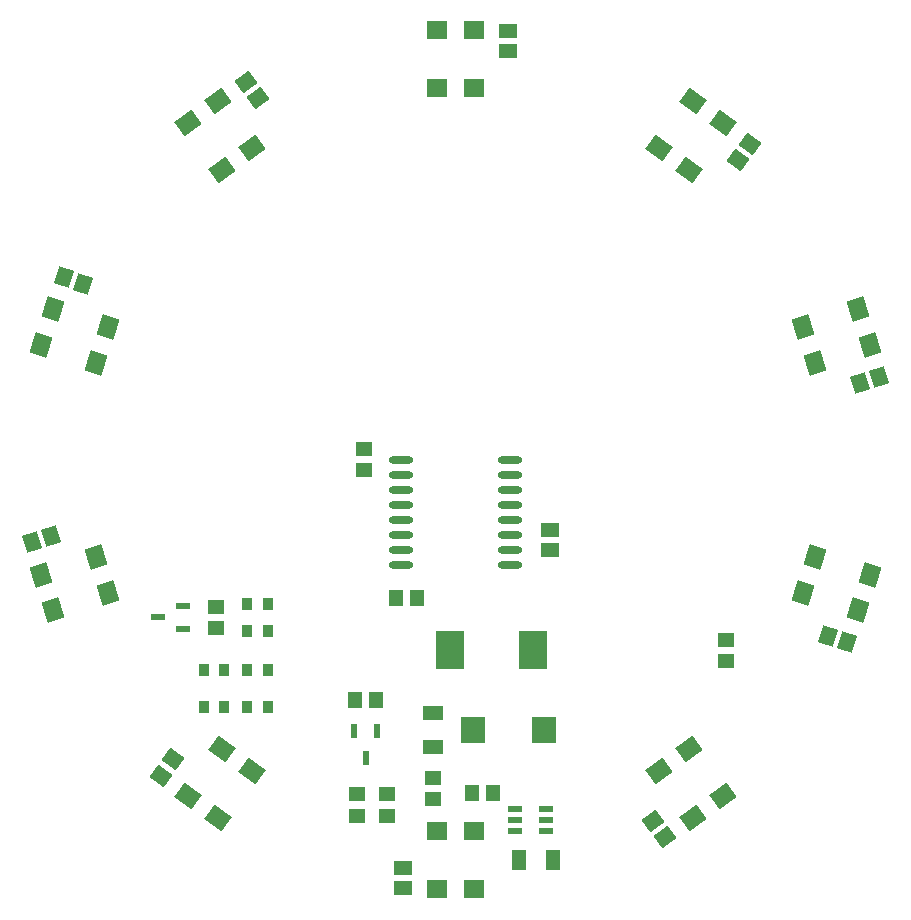
<source format=gtp>
G04 Layer_Color=8421504*
%FSLAX25Y25*%
%MOIN*%
G70*
G01*
G75*
%ADD10R,0.03543X0.03937*%
%ADD11O,0.08071X0.02362*%
%ADD12R,0.04724X0.05512*%
%ADD13R,0.05512X0.04724*%
%ADD14R,0.07087X0.05118*%
%ADD15R,0.05906X0.05118*%
%ADD16R,0.02362X0.04528*%
%ADD17R,0.05118X0.02362*%
%ADD18R,0.07087X0.05906*%
G04:AMPARAMS|DCode=19|XSize=59.06mil|YSize=70.87mil|CornerRadius=0mil|HoleSize=0mil|Usage=FLASHONLY|Rotation=126.000|XOffset=0mil|YOffset=0mil|HoleType=Round|Shape=Rectangle|*
%AMROTATEDRECTD19*
4,1,4,0.04602,-0.00306,-0.01131,-0.04472,-0.04602,0.00306,0.01131,0.04472,0.04602,-0.00306,0.0*
%
%ADD19ROTATEDRECTD19*%

G04:AMPARAMS|DCode=20|XSize=59.06mil|YSize=70.87mil|CornerRadius=0mil|HoleSize=0mil|Usage=FLASHONLY|Rotation=162.000|XOffset=0mil|YOffset=0mil|HoleType=Round|Shape=Rectangle|*
%AMROTATEDRECTD20*
4,1,4,0.03903,0.02457,0.01713,-0.04282,-0.03903,-0.02457,-0.01713,0.04282,0.03903,0.02457,0.0*
%
%ADD20ROTATEDRECTD20*%

G04:AMPARAMS|DCode=21|XSize=59.06mil|YSize=70.87mil|CornerRadius=0mil|HoleSize=0mil|Usage=FLASHONLY|Rotation=198.000|XOffset=0mil|YOffset=0mil|HoleType=Round|Shape=Rectangle|*
%AMROTATEDRECTD21*
4,1,4,0.01713,0.04282,0.03903,-0.02457,-0.01713,-0.04282,-0.03903,0.02457,0.01713,0.04282,0.0*
%
%ADD21ROTATEDRECTD21*%

G04:AMPARAMS|DCode=22|XSize=59.06mil|YSize=70.87mil|CornerRadius=0mil|HoleSize=0mil|Usage=FLASHONLY|Rotation=234.000|XOffset=0mil|YOffset=0mil|HoleType=Round|Shape=Rectangle|*
%AMROTATEDRECTD22*
4,1,4,-0.01131,0.04472,0.04602,0.00306,0.01131,-0.04472,-0.04602,-0.00306,-0.01131,0.04472,0.0*
%
%ADD22ROTATEDRECTD22*%

G04:AMPARAMS|DCode=23|XSize=59.06mil|YSize=51.18mil|CornerRadius=0mil|HoleSize=0mil|Usage=FLASHONLY|Rotation=216.000|XOffset=0mil|YOffset=0mil|HoleType=Round|Shape=Rectangle|*
%AMROTATEDRECTD23*
4,1,4,0.00885,0.03806,0.03893,-0.00335,-0.00885,-0.03806,-0.03893,0.00335,0.00885,0.03806,0.0*
%
%ADD23ROTATEDRECTD23*%

G04:AMPARAMS|DCode=24|XSize=59.06mil|YSize=51.18mil|CornerRadius=0mil|HoleSize=0mil|Usage=FLASHONLY|Rotation=252.000|XOffset=0mil|YOffset=0mil|HoleType=Round|Shape=Rectangle|*
%AMROTATEDRECTD24*
4,1,4,-0.01521,0.03599,0.03346,0.02017,0.01521,-0.03599,-0.03346,-0.02017,-0.01521,0.03599,0.0*
%
%ADD24ROTATEDRECTD24*%

G04:AMPARAMS|DCode=25|XSize=59.06mil|YSize=51.18mil|CornerRadius=0mil|HoleSize=0mil|Usage=FLASHONLY|Rotation=288.000|XOffset=0mil|YOffset=0mil|HoleType=Round|Shape=Rectangle|*
%AMROTATEDRECTD25*
4,1,4,-0.03346,0.02017,0.01521,0.03599,0.03346,-0.02017,-0.01521,-0.03599,-0.03346,0.02017,0.0*
%
%ADD25ROTATEDRECTD25*%

G04:AMPARAMS|DCode=26|XSize=59.06mil|YSize=51.18mil|CornerRadius=0mil|HoleSize=0mil|Usage=FLASHONLY|Rotation=324.000|XOffset=0mil|YOffset=0mil|HoleType=Round|Shape=Rectangle|*
%AMROTATEDRECTD26*
4,1,4,-0.03893,-0.00335,-0.00885,0.03806,0.03893,0.00335,0.00885,-0.03806,-0.03893,-0.00335,0.0*
%
%ADD26ROTATEDRECTD26*%

%ADD27R,0.05118X0.07087*%
%ADD28R,0.04724X0.02362*%
%ADD29R,0.09449X0.12992*%
%ADD30R,0.07900X0.08661*%
G54D10*
X-83846Y-82500D02*
D03*
X-77153D02*
D03*
X-62653D02*
D03*
X-69346D02*
D03*
X-62653Y-70000D02*
D03*
X-69346D02*
D03*
X-83846D02*
D03*
X-77153D02*
D03*
X-69346Y-48000D02*
D03*
X-62653D02*
D03*
X-69346Y-57000D02*
D03*
X-62653D02*
D03*
G54D11*
X18307Y-35000D02*
D03*
Y-30000D02*
D03*
Y-25000D02*
D03*
Y-20000D02*
D03*
Y-15000D02*
D03*
Y-10000D02*
D03*
Y-5000D02*
D03*
Y0D02*
D03*
X-18307Y-35000D02*
D03*
Y-30000D02*
D03*
Y-25000D02*
D03*
Y-20000D02*
D03*
Y-15000D02*
D03*
Y-10000D02*
D03*
Y-5000D02*
D03*
Y0D02*
D03*
G54D12*
X-12913Y-46000D02*
D03*
X-20000D02*
D03*
X-26457Y-80000D02*
D03*
X-33543D02*
D03*
X5457Y-111000D02*
D03*
X12543D02*
D03*
G54D13*
X-30500Y3543D02*
D03*
Y-3543D02*
D03*
X-33000Y-118587D02*
D03*
Y-111500D02*
D03*
X-80000Y-56043D02*
D03*
Y-48957D02*
D03*
X90000Y-67043D02*
D03*
Y-59957D02*
D03*
X-7500Y-105957D02*
D03*
Y-113043D02*
D03*
X-23000Y-118587D02*
D03*
Y-111500D02*
D03*
G54D14*
X-7500Y-95709D02*
D03*
Y-84291D02*
D03*
G54D15*
X31500Y-30000D02*
D03*
Y-23307D02*
D03*
X-17500Y-142847D02*
D03*
Y-136153D02*
D03*
X17500Y142847D02*
D03*
X17500Y136153D02*
D03*
G54D16*
X-26260Y-90571D02*
D03*
X-33740D02*
D03*
X-30000Y-99429D02*
D03*
G54D17*
X-90866Y-56240D02*
D03*
Y-48760D02*
D03*
X-99134Y-52500D02*
D03*
G54D18*
X6299Y-123854D02*
D03*
X-6299Y-123854D02*
D03*
X-6299Y-143146D02*
D03*
X6299Y-143146D02*
D03*
X-6299Y123854D02*
D03*
X6299Y123854D02*
D03*
X6299Y143146D02*
D03*
X-6299Y143146D02*
D03*
G54D19*
X77896Y-96498D02*
D03*
X67704Y-103903D02*
D03*
X79043Y-119510D02*
D03*
X89235Y-112105D02*
D03*
X-77896Y96498D02*
D03*
X-67704Y103903D02*
D03*
X-79043Y119510D02*
D03*
X-89235Y112105D02*
D03*
G54D20*
X119739Y-32282D02*
D03*
X115846Y-44264D02*
D03*
X134193Y-50225D02*
D03*
X138086Y-38243D02*
D03*
X-119739Y32282D02*
D03*
X-115846Y44264D02*
D03*
X-134193Y50225D02*
D03*
X-138086Y38243D02*
D03*
G54D21*
X115846Y44264D02*
D03*
X119739Y32282D02*
D03*
X138086Y38244D02*
D03*
X134193Y50225D02*
D03*
X-115846Y-44264D02*
D03*
X-119739Y-32282D02*
D03*
X-138086Y-38244D02*
D03*
X-134193Y-50225D02*
D03*
G54D22*
X67704Y103903D02*
D03*
X77896Y96498D02*
D03*
X89235Y112105D02*
D03*
X79043Y119510D02*
D03*
X-67704Y-103903D02*
D03*
X-77896Y-96498D02*
D03*
X-89235Y-112105D02*
D03*
X-79043Y-119510D02*
D03*
G54D23*
X69805Y-125852D02*
D03*
X65871Y-120437D02*
D03*
X-69805Y125852D02*
D03*
X-65871Y120437D02*
D03*
G54D24*
X130447Y-60786D02*
D03*
X124082Y-58717D02*
D03*
X-130447Y60786D02*
D03*
X-124082Y58717D02*
D03*
G54D25*
X141263Y27498D02*
D03*
X134897Y25430D02*
D03*
X-141263Y-27498D02*
D03*
X-134897Y-25430D02*
D03*
G54D26*
X98121Y105279D02*
D03*
X94187Y99864D02*
D03*
X-98121Y-105279D02*
D03*
X-94187Y-99864D02*
D03*
G54D27*
X21083Y-133500D02*
D03*
X32500D02*
D03*
G54D28*
X30118Y-116260D02*
D03*
Y-120000D02*
D03*
Y-123740D02*
D03*
X19882D02*
D03*
Y-120000D02*
D03*
Y-116260D02*
D03*
G54D29*
X25681Y-63500D02*
D03*
X-1681D02*
D03*
G54D30*
X5900Y-90000D02*
D03*
X29500D02*
D03*
M02*

</source>
